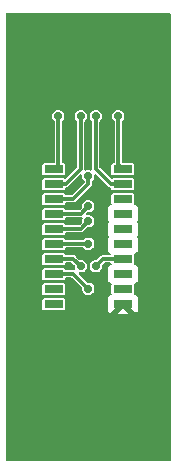
<source format=gbr>
%TF.GenerationSoftware,KiCad,Pcbnew,7.0.7-dirty*%
%TF.CreationDate,2023-09-27T11:33:23-05:00*%
%TF.ProjectId,BBB_JTAG_CTI20_SMT_TI20_SMT,4242425f-4a54-4414-975f-43544932305f,rev?*%
%TF.SameCoordinates,Original*%
%TF.FileFunction,Copper,L2,Bot*%
%TF.FilePolarity,Positive*%
%FSLAX46Y46*%
G04 Gerber Fmt 4.6, Leading zero omitted, Abs format (unit mm)*
G04 Created by KiCad (PCBNEW 7.0.7-dirty) date 2023-09-27 11:33:23*
%MOMM*%
%LPD*%
G01*
G04 APERTURE LIST*
%TA.AperFunction,SMDPad,CuDef*%
%ADD10R,1.650000X0.680000*%
%TD*%
%TA.AperFunction,ViaPad*%
%ADD11C,0.736600*%
%TD*%
%TA.AperFunction,Conductor*%
%ADD12C,0.304800*%
%TD*%
G04 APERTURE END LIST*
D10*
%TO.P,P1,19*%
%TO.N,N/C*%
X145576100Y-110718600D03*
%TO.P,P1,17*%
X145576100Y-109448600D03*
%TO.P,P1,15*%
%TO.N,SRST_N*%
X145576100Y-108178600D03*
%TO.P,P1,13*%
%TO.N,EMU0*%
X145576100Y-106908600D03*
%TO.P,P1,11*%
%TO.N,TCK*%
X145576100Y-105638600D03*
%TO.P,P1,9*%
%TO.N,RTCK*%
X145576100Y-104368600D03*
%TO.P,P1,7*%
%TO.N,TDO*%
X145576100Y-103098600D03*
%TO.P,P1,5*%
%TO.N,VDD*%
X145576100Y-101828600D03*
%TO.P,P1,3*%
%TO.N,TDI*%
X145576100Y-100558600D03*
%TO.P,P1,20*%
%TO.N,GND*%
X151426100Y-110718600D03*
%TO.P,P1,18*%
%TO.N,N/C*%
X151426100Y-109448600D03*
%TO.P,P1,16*%
%TO.N,GND*%
X151426100Y-108178600D03*
%TO.P,P1,14*%
%TO.N,EMU1*%
X151426100Y-106908600D03*
%TO.P,P1,12*%
%TO.N,GND*%
X151426100Y-105638600D03*
%TO.P,P1,10*%
X151426100Y-104368600D03*
%TO.P,P1,8*%
X151426100Y-103098600D03*
%TO.P,P1,6*%
%TO.N,N/C*%
X151426100Y-101828600D03*
%TO.P,P1,4*%
%TO.N,DIS*%
X151426100Y-100558600D03*
%TO.P,P1,1*%
%TO.N,TMS*%
X145576100Y-99288600D03*
%TO.P,P1,2*%
%TO.N,TRST_N*%
X151426100Y-99288600D03*
%TD*%
D11*
%TO.N,SRST_N*%
X148486100Y-109398600D03*
%TO.N,RTCK*%
X148486100Y-103683600D03*
%TO.N,EMU1*%
X149121100Y-107493600D03*
%TO.N,EMU0*%
X147851100Y-107493600D03*
%TO.N,TCK*%
X148486100Y-105588600D03*
%TO.N,TDO*%
X148486100Y-102413600D03*
%TO.N,VDD*%
X148486100Y-99873600D03*
%TO.N,DIS*%
X149121100Y-94793600D03*
%TO.N,TDI*%
X147851100Y-94793600D03*
%TO.N,TMS*%
X145946100Y-94793600D03*
%TO.N,TRST_N*%
X151026100Y-94793600D03*
%TO.N,EMU1*%
X149121100Y-107493600D03*
%TO.N,GND*%
X148486100Y-116383600D03*
X148486100Y-113843600D03*
X148486100Y-111303600D03*
%TO.N,DIS*%
X149121100Y-94793600D03*
%TO.N,TRST_N*%
X151026100Y-94793600D03*
%TO.N,SRST_N*%
X148486100Y-109398600D03*
%TO.N,EMU0*%
X147851100Y-107493600D03*
%TO.N,TCK*%
X148486100Y-105588600D03*
%TO.N,RTCK*%
X148486100Y-103683600D03*
%TO.N,TDO*%
X148486100Y-102413600D03*
%TO.N,VDD*%
X148486100Y-99873600D03*
%TO.N,TDI*%
X147851100Y-94793600D03*
%TO.N,TMS*%
X145946100Y-94793600D03*
%TD*%
D12*
%TO.N,EMU1*%
X151376100Y-106858600D02*
X151426100Y-106908600D01*
X149756100Y-106858600D02*
X151376100Y-106858600D01*
X149121100Y-107493600D02*
X149756100Y-106858600D01*
%TO.N,DIS*%
X151376100Y-100508600D02*
X151426100Y-100558600D01*
X150391100Y-100508600D02*
X151376100Y-100508600D01*
X149121100Y-99238600D02*
X150391100Y-100508600D01*
X149121100Y-94793600D02*
X149121100Y-99238600D01*
%TO.N,TRST_N*%
X151026100Y-98888600D02*
X151426100Y-99288600D01*
X151026100Y-94793600D02*
X151026100Y-98888600D01*
%TO.N,SRST_N*%
X145626100Y-108128600D02*
X145576100Y-108178600D01*
X147216100Y-108128600D02*
X145626100Y-108128600D01*
X148486100Y-109398600D02*
X147216100Y-108128600D01*
%TO.N,EMU0*%
X145626100Y-106858600D02*
X145576100Y-106908600D01*
X147216100Y-106858600D02*
X145626100Y-106858600D01*
X147851100Y-107493600D02*
X147216100Y-106858600D01*
%TO.N,TCK*%
X145626100Y-105588600D02*
X145576100Y-105638600D01*
X148486100Y-105588600D02*
X145626100Y-105588600D01*
%TO.N,RTCK*%
X145626100Y-104318600D02*
X145576100Y-104368600D01*
X147851100Y-104318600D02*
X145626100Y-104318600D01*
X148486100Y-103683600D02*
X147851100Y-104318600D01*
%TO.N,TDO*%
X145626100Y-103048600D02*
X145576100Y-103098600D01*
X147851100Y-103048600D02*
X145626100Y-103048600D01*
X148486100Y-102413600D02*
X147851100Y-103048600D01*
%TO.N,VDD*%
X145626100Y-101778600D02*
X145576100Y-101828600D01*
X147216100Y-101778600D02*
X145626100Y-101778600D01*
X148486100Y-100508600D02*
X147216100Y-101778600D01*
X148486100Y-99873600D02*
X148486100Y-100508600D01*
%TO.N,TDI*%
X145626100Y-100508600D02*
X145576100Y-100558600D01*
X146581100Y-100508600D02*
X145626100Y-100508600D01*
X147851100Y-99238600D02*
X146581100Y-100508600D01*
X147851100Y-94793600D02*
X147851100Y-99238600D01*
%TO.N,TMS*%
X145946100Y-98918600D02*
X145576100Y-99288600D01*
X145946100Y-94793600D02*
X145946100Y-98918600D01*
%TD*%
%TA.AperFunction,Conductor*%
%TO.N,GND*%
G36*
X155434131Y-86048313D02*
G01*
X155470676Y-86098613D01*
X155475600Y-86129700D01*
X155475600Y-123877500D01*
X155456387Y-123936631D01*
X155406087Y-123973176D01*
X155375000Y-123978100D01*
X141627200Y-123978100D01*
X141568069Y-123958887D01*
X141531524Y-123908587D01*
X141526600Y-123877500D01*
X141526600Y-111515000D01*
X150952424Y-111515000D01*
X151899776Y-111515000D01*
X151426100Y-111041324D01*
X150952424Y-111515000D01*
X141526600Y-111515000D01*
X141526600Y-111073655D01*
X144598200Y-111073655D01*
X144607071Y-111118257D01*
X144607073Y-111118261D01*
X144640864Y-111168832D01*
X144640865Y-111168833D01*
X144640866Y-111168834D01*
X144691442Y-111202628D01*
X144736043Y-111211500D01*
X146416156Y-111211499D01*
X146460758Y-111202628D01*
X146511334Y-111168834D01*
X146545128Y-111118258D01*
X146554000Y-111073657D01*
X146553999Y-110363544D01*
X146545128Y-110318942D01*
X146545126Y-110318938D01*
X146511335Y-110268367D01*
X146511333Y-110268365D01*
X146460757Y-110234571D01*
X146425027Y-110227464D01*
X146416157Y-110225700D01*
X146416156Y-110225700D01*
X144736044Y-110225700D01*
X144691442Y-110234571D01*
X144691438Y-110234573D01*
X144640867Y-110268364D01*
X144640865Y-110268366D01*
X144607071Y-110318942D01*
X144598200Y-110363543D01*
X144598200Y-111073655D01*
X141526600Y-111073655D01*
X141526600Y-109803655D01*
X144598200Y-109803655D01*
X144607071Y-109848257D01*
X144607073Y-109848261D01*
X144640864Y-109898832D01*
X144640865Y-109898833D01*
X144640866Y-109898834D01*
X144691442Y-109932628D01*
X144736043Y-109941500D01*
X146416156Y-109941499D01*
X146460758Y-109932628D01*
X146511334Y-109898834D01*
X146545128Y-109848258D01*
X146554000Y-109803657D01*
X146553999Y-109093544D01*
X146545128Y-109048942D01*
X146545126Y-109048938D01*
X146511335Y-108998367D01*
X146511333Y-108998365D01*
X146460757Y-108964571D01*
X146425027Y-108957464D01*
X146416157Y-108955700D01*
X146416156Y-108955700D01*
X144736044Y-108955700D01*
X144691442Y-108964571D01*
X144691438Y-108964573D01*
X144640867Y-108998364D01*
X144640865Y-108998366D01*
X144607071Y-109048942D01*
X144598200Y-109093543D01*
X144598200Y-109803655D01*
X141526600Y-109803655D01*
X141526600Y-108533655D01*
X144598200Y-108533655D01*
X144607071Y-108578257D01*
X144607073Y-108578261D01*
X144640864Y-108628832D01*
X144640865Y-108628833D01*
X144640866Y-108628834D01*
X144691442Y-108662628D01*
X144736043Y-108671500D01*
X146416156Y-108671499D01*
X146460758Y-108662628D01*
X146511334Y-108628834D01*
X146545128Y-108578258D01*
X146554000Y-108533657D01*
X146554000Y-108533651D01*
X146554485Y-108528737D01*
X146555829Y-108528869D01*
X146573213Y-108475369D01*
X146623513Y-108438824D01*
X146654600Y-108433900D01*
X147047971Y-108433900D01*
X147107102Y-108453113D01*
X147119106Y-108463365D01*
X147936251Y-109280511D01*
X147964477Y-109335909D01*
X147964856Y-109364775D01*
X147960404Y-109398597D01*
X147960403Y-109398602D01*
X147978315Y-109534659D01*
X148030832Y-109661447D01*
X148030834Y-109661451D01*
X148114373Y-109770321D01*
X148114378Y-109770326D01*
X148157816Y-109803657D01*
X148223251Y-109853867D01*
X148331815Y-109898835D01*
X148350040Y-109906384D01*
X148486097Y-109924297D01*
X148486100Y-109924297D01*
X148486103Y-109924297D01*
X148588145Y-109910862D01*
X148622160Y-109906384D01*
X148748949Y-109853867D01*
X148857824Y-109770324D01*
X148941367Y-109661449D01*
X148993884Y-109534660D01*
X149011797Y-109398600D01*
X149003543Y-109335909D01*
X148993884Y-109262540D01*
X148941369Y-109135756D01*
X148941368Y-109135754D01*
X148941367Y-109135753D01*
X148941367Y-109135752D01*
X148857824Y-109026876D01*
X148857823Y-109026875D01*
X148857821Y-109026873D01*
X148748951Y-108943334D01*
X148748947Y-108943332D01*
X148622159Y-108890815D01*
X148486103Y-108872903D01*
X148486101Y-108872903D01*
X148486100Y-108872903D01*
X148458224Y-108876572D01*
X148452274Y-108877356D01*
X148391141Y-108866024D01*
X148368010Y-108848751D01*
X147700727Y-108181468D01*
X147672501Y-108126070D01*
X147682227Y-108064662D01*
X147726191Y-108020698D01*
X147784993Y-108010594D01*
X147851097Y-108019297D01*
X147851100Y-108019297D01*
X147851103Y-108019297D01*
X147953145Y-108005862D01*
X147987160Y-108001384D01*
X148113949Y-107948867D01*
X148222824Y-107865324D01*
X148306367Y-107756449D01*
X148358884Y-107629660D01*
X148376797Y-107493602D01*
X148595403Y-107493602D01*
X148613315Y-107629659D01*
X148665832Y-107756447D01*
X148665834Y-107756451D01*
X148749373Y-107865321D01*
X148749378Y-107865326D01*
X148858248Y-107948865D01*
X148858251Y-107948867D01*
X148985039Y-108001383D01*
X148985040Y-108001384D01*
X149121097Y-108019297D01*
X149121100Y-108019297D01*
X149121103Y-108019297D01*
X149223145Y-108005862D01*
X149257160Y-108001384D01*
X149383949Y-107948867D01*
X149492824Y-107865324D01*
X149576367Y-107756449D01*
X149628884Y-107629660D01*
X149646797Y-107493600D01*
X149642343Y-107459777D01*
X149653674Y-107398644D01*
X149670948Y-107375510D01*
X149853094Y-107193365D01*
X149908492Y-107165139D01*
X149924229Y-107163900D01*
X150347601Y-107163900D01*
X150406732Y-107183113D01*
X150443277Y-107233413D01*
X150447294Y-107258775D01*
X150447716Y-107258734D01*
X150448200Y-107263655D01*
X150458099Y-107313423D01*
X150450790Y-107375166D01*
X150408585Y-107420821D01*
X150392663Y-107428000D01*
X150385431Y-107430530D01*
X150274731Y-107512231D01*
X150193031Y-107622930D01*
X150147592Y-107752791D01*
X150144700Y-107783636D01*
X150144700Y-108573563D01*
X150147592Y-108604408D01*
X150193031Y-108734269D01*
X150274731Y-108844968D01*
X150385430Y-108926668D01*
X150392657Y-108929197D01*
X150442125Y-108966861D01*
X150460007Y-109026408D01*
X150458099Y-109043778D01*
X150448200Y-109093543D01*
X150448200Y-109803655D01*
X150458099Y-109853423D01*
X150450790Y-109915166D01*
X150408585Y-109960821D01*
X150392663Y-109968000D01*
X150385431Y-109970530D01*
X150274731Y-110052231D01*
X150193031Y-110162930D01*
X150147592Y-110292791D01*
X150144700Y-110323636D01*
X150144700Y-111113563D01*
X150147592Y-111144408D01*
X150193031Y-111274269D01*
X150274731Y-111384968D01*
X150368097Y-111453876D01*
X150368098Y-111453876D01*
X151354964Y-110467010D01*
X151410362Y-110438784D01*
X151471770Y-110448510D01*
X151497234Y-110467010D01*
X152484100Y-111453876D01*
X152484101Y-111453876D01*
X152577468Y-111384968D01*
X152659168Y-111274269D01*
X152704607Y-111144408D01*
X152707500Y-111113563D01*
X152707500Y-110323636D01*
X152704607Y-110292791D01*
X152659168Y-110162930D01*
X152577468Y-110052231D01*
X152466769Y-109970531D01*
X152459538Y-109968001D01*
X152410072Y-109930335D01*
X152392192Y-109870787D01*
X152394100Y-109853419D01*
X152395125Y-109848261D01*
X152395128Y-109848258D01*
X152404000Y-109803657D01*
X152403999Y-109093544D01*
X152395128Y-109048942D01*
X152395127Y-109048940D01*
X152394100Y-109043777D01*
X152401408Y-108982034D01*
X152443613Y-108936378D01*
X152459544Y-108929196D01*
X152466770Y-108926667D01*
X152577468Y-108844968D01*
X152659168Y-108734269D01*
X152704607Y-108604408D01*
X152707500Y-108573563D01*
X152707500Y-107783636D01*
X152704607Y-107752791D01*
X152659168Y-107622930D01*
X152577468Y-107512231D01*
X152466769Y-107430531D01*
X152459538Y-107428001D01*
X152410072Y-107390335D01*
X152392192Y-107330787D01*
X152394100Y-107313419D01*
X152395125Y-107308261D01*
X152395128Y-107308258D01*
X152404000Y-107263657D01*
X152403999Y-106553544D01*
X152395128Y-106508942D01*
X152395127Y-106508940D01*
X152394100Y-106503777D01*
X152401408Y-106442034D01*
X152443613Y-106396378D01*
X152459544Y-106389196D01*
X152466770Y-106386667D01*
X152577468Y-106304968D01*
X152659168Y-106194269D01*
X152704607Y-106064408D01*
X152707500Y-106033563D01*
X152707500Y-105243636D01*
X152704607Y-105212791D01*
X152659170Y-105082935D01*
X152659167Y-105082930D01*
X152644708Y-105063339D01*
X152625053Y-105004354D01*
X152643822Y-104945080D01*
X152644708Y-104943861D01*
X152659167Y-104924269D01*
X152659170Y-104924264D01*
X152704607Y-104794408D01*
X152707500Y-104763563D01*
X152707500Y-103973636D01*
X152704607Y-103942791D01*
X152659168Y-103812930D01*
X152659167Y-103812928D01*
X152644708Y-103793337D01*
X152625054Y-103734351D01*
X152643824Y-103675078D01*
X152644710Y-103673859D01*
X152659168Y-103654269D01*
X152704607Y-103524408D01*
X152707500Y-103493563D01*
X152707500Y-102703636D01*
X152704607Y-102672791D01*
X152659168Y-102542930D01*
X152577468Y-102432231D01*
X152466769Y-102350531D01*
X152459538Y-102348001D01*
X152410072Y-102310335D01*
X152392192Y-102250787D01*
X152394100Y-102233419D01*
X152395125Y-102228261D01*
X152395128Y-102228258D01*
X152404000Y-102183657D01*
X152403999Y-101473544D01*
X152395128Y-101428942D01*
X152395126Y-101428938D01*
X152361335Y-101378367D01*
X152361333Y-101378365D01*
X152310757Y-101344571D01*
X152275027Y-101337464D01*
X152266157Y-101335700D01*
X152266156Y-101335700D01*
X150586044Y-101335700D01*
X150541442Y-101344571D01*
X150541438Y-101344573D01*
X150490867Y-101378364D01*
X150490865Y-101378366D01*
X150457071Y-101428942D01*
X150448200Y-101473543D01*
X150448200Y-102183655D01*
X150458099Y-102233423D01*
X150450790Y-102295166D01*
X150408585Y-102340821D01*
X150392663Y-102348000D01*
X150385431Y-102350530D01*
X150274731Y-102432231D01*
X150193031Y-102542930D01*
X150147592Y-102672791D01*
X150144700Y-102703636D01*
X150144700Y-103493563D01*
X150147592Y-103524408D01*
X150193031Y-103654269D01*
X150193034Y-103654275D01*
X150207491Y-103673863D01*
X150227145Y-103732849D01*
X150208374Y-103792122D01*
X150207491Y-103793337D01*
X150193034Y-103812924D01*
X150193031Y-103812930D01*
X150147592Y-103942791D01*
X150144700Y-103973636D01*
X150144700Y-104763563D01*
X150147592Y-104794408D01*
X150193032Y-104924271D01*
X150193032Y-104924272D01*
X150207491Y-104943863D01*
X150227145Y-105002849D01*
X150208374Y-105062122D01*
X150207492Y-105063336D01*
X150193032Y-105082929D01*
X150147592Y-105212791D01*
X150144700Y-105243636D01*
X150144700Y-106033563D01*
X150147592Y-106064408D01*
X150193031Y-106194269D01*
X150274731Y-106304968D01*
X150365226Y-106371757D01*
X150401394Y-106422329D01*
X150400929Y-106484502D01*
X150364009Y-106534527D01*
X150305488Y-106553300D01*
X149822312Y-106553300D01*
X149808416Y-106551032D01*
X149808243Y-106552278D01*
X149799011Y-106550990D01*
X149799010Y-106550990D01*
X149795975Y-106551130D01*
X149750195Y-106553246D01*
X149747873Y-106553300D01*
X149727811Y-106553300D01*
X149727808Y-106553300D01*
X149727798Y-106553301D01*
X149724262Y-106553962D01*
X149717347Y-106554764D01*
X149684993Y-106556260D01*
X149684992Y-106556260D01*
X149675857Y-106560294D01*
X149653714Y-106567150D01*
X149643905Y-106568983D01*
X149643902Y-106568984D01*
X149616371Y-106586030D01*
X149610205Y-106589281D01*
X149580576Y-106602364D01*
X149580572Y-106602366D01*
X149573511Y-106609428D01*
X149555343Y-106623819D01*
X149546857Y-106629073D01*
X149546855Y-106629075D01*
X149527344Y-106654911D01*
X149522767Y-106660171D01*
X149239187Y-106943751D01*
X149183789Y-106971977D01*
X149154922Y-106972355D01*
X149121103Y-106967903D01*
X149121097Y-106967903D01*
X148985040Y-106985815D01*
X148858256Y-107038330D01*
X148858249Y-107038334D01*
X148749379Y-107121873D01*
X148749373Y-107121879D01*
X148665834Y-107230749D01*
X148665830Y-107230756D01*
X148613315Y-107357540D01*
X148595403Y-107493597D01*
X148595403Y-107493602D01*
X148376797Y-107493602D01*
X148376797Y-107493600D01*
X148368160Y-107428000D01*
X148358884Y-107357540D01*
X148306369Y-107230756D01*
X148306368Y-107230754D01*
X148306367Y-107230753D01*
X148306367Y-107230752D01*
X148222824Y-107121876D01*
X148222823Y-107121875D01*
X148222821Y-107121873D01*
X148113951Y-107038334D01*
X148113947Y-107038332D01*
X147987159Y-106985815D01*
X147851103Y-106967903D01*
X147851101Y-106967903D01*
X147851100Y-106967903D01*
X147817275Y-106972356D01*
X147756142Y-106961024D01*
X147733011Y-106943751D01*
X147478799Y-106689540D01*
X147470580Y-106678107D01*
X147469573Y-106678869D01*
X147463953Y-106671427D01*
X147427851Y-106638516D01*
X147426170Y-106636911D01*
X147411975Y-106622716D01*
X147409001Y-106620679D01*
X147403542Y-106616355D01*
X147379604Y-106594533D01*
X147379602Y-106594532D01*
X147370297Y-106590927D01*
X147349787Y-106580116D01*
X147341553Y-106574476D01*
X147310028Y-106567061D01*
X147303366Y-106564998D01*
X147291223Y-106560294D01*
X147273170Y-106553300D01*
X147273169Y-106553300D01*
X147263191Y-106553300D01*
X147240159Y-106550628D01*
X147230444Y-106548343D01*
X147230443Y-106548343D01*
X147218292Y-106550038D01*
X147198370Y-106552817D01*
X147191416Y-106553300D01*
X146628539Y-106553300D01*
X146569408Y-106534087D01*
X146544893Y-106508591D01*
X146511334Y-106458366D01*
X146485872Y-106441353D01*
X146460757Y-106424571D01*
X146425028Y-106417464D01*
X146416157Y-106415700D01*
X146416156Y-106415700D01*
X144736044Y-106415700D01*
X144691442Y-106424571D01*
X144691438Y-106424573D01*
X144640867Y-106458364D01*
X144640865Y-106458366D01*
X144607071Y-106508942D01*
X144598200Y-106553543D01*
X144598200Y-107263655D01*
X144607071Y-107308257D01*
X144607073Y-107308261D01*
X144640864Y-107358832D01*
X144640865Y-107358833D01*
X144640866Y-107358834D01*
X144691442Y-107392628D01*
X144736043Y-107401500D01*
X146416156Y-107401499D01*
X146460758Y-107392628D01*
X146511334Y-107358834D01*
X146545128Y-107308258D01*
X146554000Y-107263657D01*
X146554000Y-107263651D01*
X146554485Y-107258737D01*
X146555829Y-107258869D01*
X146573213Y-107205369D01*
X146623513Y-107168824D01*
X146654600Y-107163900D01*
X147047971Y-107163900D01*
X147107102Y-107183113D01*
X147119106Y-107193365D01*
X147301251Y-107375510D01*
X147329477Y-107430908D01*
X147329856Y-107459774D01*
X147325404Y-107493598D01*
X147325403Y-107493602D01*
X147343315Y-107629658D01*
X147365908Y-107684203D01*
X147370785Y-107746185D01*
X147338299Y-107799197D01*
X147280857Y-107822990D01*
X147272965Y-107823300D01*
X147263191Y-107823300D01*
X147240159Y-107820628D01*
X147230444Y-107818343D01*
X147230443Y-107818343D01*
X147218292Y-107820038D01*
X147198370Y-107822817D01*
X147191416Y-107823300D01*
X146628539Y-107823300D01*
X146569408Y-107804087D01*
X146544893Y-107778591D01*
X146511334Y-107728366D01*
X146485872Y-107711353D01*
X146460757Y-107694571D01*
X146425027Y-107687464D01*
X146416157Y-107685700D01*
X146416156Y-107685700D01*
X144736044Y-107685700D01*
X144691442Y-107694571D01*
X144691438Y-107694573D01*
X144640867Y-107728364D01*
X144640865Y-107728366D01*
X144607071Y-107778942D01*
X144598200Y-107823543D01*
X144598200Y-108533655D01*
X141526600Y-108533655D01*
X141526600Y-105993655D01*
X144598200Y-105993655D01*
X144607071Y-106038257D01*
X144607073Y-106038261D01*
X144640864Y-106088832D01*
X144640865Y-106088833D01*
X144640866Y-106088834D01*
X144691442Y-106122628D01*
X144736043Y-106131500D01*
X146416156Y-106131499D01*
X146460758Y-106122628D01*
X146511334Y-106088834D01*
X146545128Y-106038258D01*
X146554000Y-105993657D01*
X146554000Y-105993651D01*
X146554485Y-105988737D01*
X146555829Y-105988869D01*
X146573213Y-105935369D01*
X146623513Y-105898824D01*
X146654600Y-105893900D01*
X148013797Y-105893900D01*
X148072928Y-105913113D01*
X148093606Y-105933256D01*
X148114374Y-105960321D01*
X148114377Y-105960325D01*
X148114378Y-105960326D01*
X148215940Y-106038257D01*
X148223251Y-106043867D01*
X148331815Y-106088835D01*
X148350040Y-106096384D01*
X148486097Y-106114297D01*
X148486100Y-106114297D01*
X148486103Y-106114297D01*
X148588145Y-106100862D01*
X148622160Y-106096384D01*
X148748949Y-106043867D01*
X148857824Y-105960324D01*
X148941367Y-105851449D01*
X148993884Y-105724660D01*
X149011797Y-105588600D01*
X148993884Y-105452540D01*
X148941367Y-105325752D01*
X148857824Y-105216876D01*
X148857823Y-105216875D01*
X148857821Y-105216873D01*
X148748951Y-105133334D01*
X148748947Y-105133332D01*
X148622159Y-105080815D01*
X148486103Y-105062903D01*
X148486097Y-105062903D01*
X148350040Y-105080815D01*
X148223256Y-105133330D01*
X148223254Y-105133331D01*
X148114376Y-105216875D01*
X148103764Y-105230705D01*
X148093607Y-105243942D01*
X148042370Y-105279157D01*
X148013797Y-105283300D01*
X146628539Y-105283300D01*
X146569408Y-105264087D01*
X146544893Y-105238591D01*
X146511334Y-105188366D01*
X146485872Y-105171353D01*
X146460757Y-105154571D01*
X146425027Y-105147464D01*
X146416157Y-105145700D01*
X146416156Y-105145700D01*
X144736044Y-105145700D01*
X144691442Y-105154571D01*
X144691438Y-105154573D01*
X144640867Y-105188364D01*
X144640865Y-105188366D01*
X144607071Y-105238942D01*
X144598200Y-105283543D01*
X144598200Y-105993655D01*
X141526600Y-105993655D01*
X141526600Y-104723655D01*
X144598200Y-104723655D01*
X144607071Y-104768257D01*
X144607073Y-104768261D01*
X144640864Y-104818832D01*
X144640865Y-104818833D01*
X144640866Y-104818834D01*
X144691442Y-104852628D01*
X144736043Y-104861500D01*
X146416156Y-104861499D01*
X146460758Y-104852628D01*
X146511334Y-104818834D01*
X146545128Y-104768258D01*
X146554000Y-104723657D01*
X146554000Y-104723651D01*
X146554485Y-104718737D01*
X146555829Y-104718869D01*
X146573213Y-104665369D01*
X146623513Y-104628824D01*
X146654600Y-104623900D01*
X147784889Y-104623900D01*
X147798785Y-104626167D01*
X147798959Y-104624922D01*
X147808185Y-104626208D01*
X147808190Y-104626210D01*
X147837638Y-104624848D01*
X147856996Y-104623954D01*
X147859319Y-104623900D01*
X147879384Y-104623900D01*
X147879389Y-104623900D01*
X147882937Y-104623236D01*
X147889848Y-104622434D01*
X147922209Y-104620938D01*
X147931335Y-104616908D01*
X147953487Y-104610048D01*
X147963297Y-104608215D01*
X147990835Y-104591162D01*
X147996994Y-104587915D01*
X148026625Y-104574834D01*
X148033679Y-104567778D01*
X148051859Y-104553378D01*
X148060342Y-104548127D01*
X148079864Y-104522273D01*
X148084434Y-104517024D01*
X148084433Y-104517024D01*
X148368011Y-104233446D01*
X148423407Y-104205222D01*
X148452276Y-104204844D01*
X148486098Y-104209297D01*
X148486100Y-104209297D01*
X148486103Y-104209297D01*
X148588145Y-104195862D01*
X148622160Y-104191384D01*
X148748949Y-104138867D01*
X148857824Y-104055324D01*
X148941367Y-103946449D01*
X148993884Y-103819660D01*
X149011797Y-103683600D01*
X149007936Y-103654275D01*
X148993884Y-103547540D01*
X148941369Y-103420756D01*
X148941368Y-103420754D01*
X148941367Y-103420753D01*
X148941367Y-103420752D01*
X148857824Y-103311876D01*
X148857823Y-103311875D01*
X148857821Y-103311873D01*
X148748951Y-103228334D01*
X148748947Y-103228332D01*
X148622159Y-103175815D01*
X148486103Y-103157903D01*
X148486101Y-103157903D01*
X148486100Y-103157903D01*
X148459604Y-103161391D01*
X148419991Y-103166606D01*
X148358858Y-103155274D01*
X148316060Y-103110174D01*
X148307946Y-103048532D01*
X148335724Y-102995733D01*
X148368011Y-102963446D01*
X148423407Y-102935222D01*
X148452276Y-102934844D01*
X148486098Y-102939297D01*
X148486100Y-102939297D01*
X148486103Y-102939297D01*
X148588145Y-102925862D01*
X148622160Y-102921384D01*
X148748949Y-102868867D01*
X148857824Y-102785324D01*
X148941367Y-102676449D01*
X148993884Y-102549660D01*
X149011797Y-102413600D01*
X149003160Y-102348000D01*
X148993884Y-102277540D01*
X148941369Y-102150756D01*
X148941368Y-102150754D01*
X148941367Y-102150753D01*
X148941367Y-102150752D01*
X148857824Y-102041876D01*
X148857823Y-102041875D01*
X148857821Y-102041873D01*
X148748951Y-101958334D01*
X148748947Y-101958332D01*
X148622159Y-101905815D01*
X148486103Y-101887903D01*
X148486097Y-101887903D01*
X148350040Y-101905815D01*
X148223256Y-101958330D01*
X148223249Y-101958334D01*
X148114379Y-102041873D01*
X148114373Y-102041879D01*
X148030834Y-102150749D01*
X148030830Y-102150756D01*
X147978315Y-102277540D01*
X147960403Y-102413597D01*
X147960403Y-102413603D01*
X147964855Y-102447422D01*
X147953525Y-102508555D01*
X147936252Y-102531686D01*
X147754107Y-102713834D01*
X147698709Y-102742061D01*
X147682971Y-102743300D01*
X146628539Y-102743300D01*
X146569408Y-102724087D01*
X146544893Y-102698591D01*
X146511334Y-102648366D01*
X146485872Y-102631353D01*
X146460757Y-102614571D01*
X146425027Y-102607464D01*
X146416157Y-102605700D01*
X146416156Y-102605700D01*
X144736044Y-102605700D01*
X144691442Y-102614571D01*
X144691438Y-102614573D01*
X144640867Y-102648364D01*
X144640865Y-102648366D01*
X144607071Y-102698942D01*
X144598200Y-102743543D01*
X144598200Y-103453655D01*
X144607071Y-103498257D01*
X144607073Y-103498261D01*
X144640864Y-103548832D01*
X144640865Y-103548833D01*
X144640866Y-103548834D01*
X144691442Y-103582628D01*
X144736043Y-103591500D01*
X146416156Y-103591499D01*
X146460758Y-103582628D01*
X146511334Y-103548834D01*
X146545128Y-103498258D01*
X146554000Y-103453657D01*
X146554000Y-103453651D01*
X146554485Y-103448737D01*
X146555829Y-103448869D01*
X146573213Y-103395369D01*
X146623513Y-103358824D01*
X146654600Y-103353900D01*
X147784889Y-103353900D01*
X147798785Y-103356167D01*
X147798959Y-103354922D01*
X147808185Y-103356208D01*
X147808190Y-103356210D01*
X147837638Y-103354848D01*
X147856996Y-103353954D01*
X147859319Y-103353900D01*
X147879384Y-103353900D01*
X147879389Y-103353900D01*
X147882937Y-103353236D01*
X147889848Y-103352434D01*
X147904248Y-103351768D01*
X147964202Y-103368230D01*
X148003031Y-103416789D01*
X148005902Y-103478897D01*
X148001835Y-103490758D01*
X147978315Y-103547541D01*
X147960403Y-103683597D01*
X147960403Y-103683603D01*
X147964855Y-103717422D01*
X147953525Y-103778555D01*
X147936252Y-103801686D01*
X147754107Y-103983834D01*
X147698709Y-104012061D01*
X147682971Y-104013300D01*
X146628539Y-104013300D01*
X146569408Y-103994087D01*
X146544893Y-103968591D01*
X146511334Y-103918366D01*
X146485872Y-103901353D01*
X146460757Y-103884571D01*
X146425027Y-103877464D01*
X146416157Y-103875700D01*
X146416156Y-103875700D01*
X144736044Y-103875700D01*
X144691442Y-103884571D01*
X144691438Y-103884573D01*
X144640867Y-103918364D01*
X144640865Y-103918366D01*
X144607071Y-103968942D01*
X144598200Y-104013543D01*
X144598200Y-104723655D01*
X141526600Y-104723655D01*
X141526600Y-102183655D01*
X144598200Y-102183655D01*
X144607071Y-102228257D01*
X144607073Y-102228261D01*
X144640864Y-102278832D01*
X144640865Y-102278833D01*
X144640866Y-102278834D01*
X144691442Y-102312628D01*
X144736043Y-102321500D01*
X146416156Y-102321499D01*
X146460758Y-102312628D01*
X146511334Y-102278834D01*
X146545128Y-102228258D01*
X146554000Y-102183657D01*
X146554000Y-102183651D01*
X146554485Y-102178737D01*
X146555829Y-102178869D01*
X146573213Y-102125369D01*
X146623513Y-102088824D01*
X146654600Y-102083900D01*
X147149889Y-102083900D01*
X147163785Y-102086167D01*
X147163959Y-102084922D01*
X147173185Y-102086208D01*
X147173190Y-102086210D01*
X147202638Y-102084848D01*
X147221996Y-102083954D01*
X147224319Y-102083900D01*
X147244384Y-102083900D01*
X147244389Y-102083900D01*
X147247937Y-102083236D01*
X147254848Y-102082434D01*
X147287209Y-102080938D01*
X147296335Y-102076908D01*
X147318487Y-102070048D01*
X147328297Y-102068215D01*
X147355835Y-102051162D01*
X147361994Y-102047915D01*
X147391625Y-102034834D01*
X147398679Y-102027778D01*
X147416859Y-102013378D01*
X147425342Y-102008127D01*
X147444864Y-101982273D01*
X147449434Y-101977024D01*
X148048094Y-101378364D01*
X148655161Y-100771297D01*
X148666600Y-100763096D01*
X148665829Y-100762075D01*
X148673269Y-100756456D01*
X148673269Y-100756455D01*
X148673271Y-100756455D01*
X148706196Y-100720336D01*
X148707757Y-100718701D01*
X148721983Y-100704477D01*
X148724027Y-100701491D01*
X148728346Y-100696040D01*
X148750167Y-100672104D01*
X148753768Y-100662805D01*
X148764588Y-100642281D01*
X148765944Y-100640300D01*
X148770224Y-100634054D01*
X148777639Y-100602523D01*
X148779697Y-100595875D01*
X148791400Y-100565670D01*
X148791400Y-100555686D01*
X148794071Y-100532657D01*
X148796356Y-100522944D01*
X148791882Y-100490876D01*
X148791400Y-100483921D01*
X148791400Y-100345903D01*
X148810613Y-100286772D01*
X148830756Y-100266093D01*
X148857824Y-100245324D01*
X148941367Y-100136449D01*
X148993884Y-100009660D01*
X149011797Y-99873600D01*
X149003094Y-99807493D01*
X149014424Y-99746360D01*
X149059523Y-99703562D01*
X149121166Y-99695446D01*
X149173967Y-99723226D01*
X149654283Y-100203543D01*
X150128403Y-100677663D01*
X150136635Y-100689084D01*
X150137629Y-100688334D01*
X150143245Y-100695771D01*
X150179336Y-100728672D01*
X150181017Y-100730277D01*
X150195223Y-100744483D01*
X150198199Y-100746522D01*
X150203659Y-100750846D01*
X150227596Y-100772667D01*
X150227597Y-100772667D01*
X150227598Y-100772668D01*
X150232216Y-100774456D01*
X150236896Y-100776269D01*
X150257411Y-100787083D01*
X150265644Y-100792723D01*
X150265645Y-100792723D01*
X150265646Y-100792724D01*
X150297173Y-100800138D01*
X150303828Y-100802199D01*
X150334030Y-100813900D01*
X150344013Y-100813900D01*
X150367022Y-100816567D01*
X150368559Y-100816928D01*
X150370611Y-100817410D01*
X150423780Y-100849638D01*
X150447851Y-100906963D01*
X150448078Y-100912415D01*
X150448200Y-100913655D01*
X150457071Y-100958257D01*
X150457073Y-100958261D01*
X150490864Y-101008832D01*
X150490865Y-101008833D01*
X150490866Y-101008834D01*
X150541442Y-101042628D01*
X150586043Y-101051500D01*
X152266156Y-101051499D01*
X152310758Y-101042628D01*
X152361334Y-101008834D01*
X152395128Y-100958258D01*
X152404000Y-100913657D01*
X152403999Y-100203544D01*
X152395128Y-100158942D01*
X152395126Y-100158938D01*
X152361335Y-100108367D01*
X152361333Y-100108365D01*
X152310757Y-100074571D01*
X152275027Y-100067464D01*
X152266157Y-100065700D01*
X152266156Y-100065700D01*
X150586044Y-100065700D01*
X150541442Y-100074571D01*
X150541439Y-100074573D01*
X150518604Y-100089831D01*
X150458764Y-100106707D01*
X150400433Y-100085187D01*
X150391579Y-100077320D01*
X149957914Y-99643655D01*
X150448200Y-99643655D01*
X150457071Y-99688257D01*
X150457073Y-99688261D01*
X150490864Y-99738832D01*
X150490865Y-99738833D01*
X150490866Y-99738834D01*
X150541442Y-99772628D01*
X150586043Y-99781500D01*
X152266156Y-99781499D01*
X152310758Y-99772628D01*
X152361334Y-99738834D01*
X152395128Y-99688258D01*
X152404000Y-99643657D01*
X152403999Y-98933544D01*
X152395128Y-98888942D01*
X152395126Y-98888938D01*
X152361335Y-98838367D01*
X152361333Y-98838365D01*
X152310757Y-98804571D01*
X152275027Y-98797464D01*
X152266157Y-98795700D01*
X152266156Y-98795700D01*
X151432000Y-98795700D01*
X151372869Y-98776487D01*
X151336324Y-98726187D01*
X151331400Y-98695100D01*
X151331400Y-95265903D01*
X151350613Y-95206772D01*
X151370756Y-95186093D01*
X151397824Y-95165324D01*
X151481367Y-95056449D01*
X151533884Y-94929660D01*
X151551797Y-94793600D01*
X151533884Y-94657540D01*
X151481367Y-94530752D01*
X151397824Y-94421876D01*
X151397823Y-94421875D01*
X151397821Y-94421873D01*
X151288951Y-94338334D01*
X151288947Y-94338332D01*
X151162159Y-94285815D01*
X151026103Y-94267903D01*
X151026097Y-94267903D01*
X150890040Y-94285815D01*
X150763256Y-94338330D01*
X150763249Y-94338334D01*
X150654379Y-94421873D01*
X150654373Y-94421879D01*
X150570834Y-94530749D01*
X150570830Y-94530756D01*
X150518315Y-94657540D01*
X150500403Y-94793597D01*
X150500403Y-94793602D01*
X150518315Y-94929659D01*
X150570832Y-95056447D01*
X150570834Y-95056451D01*
X150654373Y-95165321D01*
X150654374Y-95165322D01*
X150654376Y-95165324D01*
X150681442Y-95186092D01*
X150716657Y-95237330D01*
X150720800Y-95265903D01*
X150720799Y-98695100D01*
X150701586Y-98754231D01*
X150651286Y-98790776D01*
X150620202Y-98795700D01*
X150586043Y-98795700D01*
X150541442Y-98804571D01*
X150541438Y-98804573D01*
X150490867Y-98838364D01*
X150490865Y-98838366D01*
X150457071Y-98888942D01*
X150448200Y-98933543D01*
X150448200Y-99643655D01*
X149957914Y-99643655D01*
X149455865Y-99141606D01*
X149427639Y-99086208D01*
X149426400Y-99070471D01*
X149426400Y-95265903D01*
X149445613Y-95206772D01*
X149465756Y-95186093D01*
X149492824Y-95165324D01*
X149576367Y-95056449D01*
X149628884Y-94929660D01*
X149646797Y-94793600D01*
X149628884Y-94657540D01*
X149576367Y-94530752D01*
X149492824Y-94421876D01*
X149492823Y-94421875D01*
X149492821Y-94421873D01*
X149383951Y-94338334D01*
X149383947Y-94338332D01*
X149257159Y-94285815D01*
X149121103Y-94267903D01*
X149121097Y-94267903D01*
X148985040Y-94285815D01*
X148858256Y-94338330D01*
X148858249Y-94338334D01*
X148749379Y-94421873D01*
X148749373Y-94421879D01*
X148665834Y-94530749D01*
X148665830Y-94530756D01*
X148613315Y-94657540D01*
X148595403Y-94793597D01*
X148595403Y-94793602D01*
X148613315Y-94929659D01*
X148665832Y-95056447D01*
X148665834Y-95056451D01*
X148749373Y-95165321D01*
X148749374Y-95165322D01*
X148749376Y-95165324D01*
X148776442Y-95186092D01*
X148811657Y-95237330D01*
X148815800Y-95265903D01*
X148815800Y-99172388D01*
X148813544Y-99186286D01*
X148814778Y-99186458D01*
X148813490Y-99195690D01*
X148815746Y-99244496D01*
X148815800Y-99246819D01*
X148815800Y-99266896D01*
X148816462Y-99270435D01*
X148817265Y-99277359D01*
X148817930Y-99291749D01*
X148801466Y-99351704D01*
X148752907Y-99390532D01*
X148690799Y-99393401D01*
X148678939Y-99389334D01*
X148622159Y-99365815D01*
X148486103Y-99347903D01*
X148486097Y-99347903D01*
X148350041Y-99365815D01*
X148295497Y-99388408D01*
X148233515Y-99393285D01*
X148180503Y-99360799D01*
X148156710Y-99303357D01*
X148156400Y-99295465D01*
X148156400Y-99285686D01*
X148159071Y-99262657D01*
X148161356Y-99252944D01*
X148156882Y-99220876D01*
X148156400Y-99213921D01*
X148156400Y-95265903D01*
X148175613Y-95206772D01*
X148195756Y-95186093D01*
X148222824Y-95165324D01*
X148306367Y-95056449D01*
X148358884Y-94929660D01*
X148376797Y-94793600D01*
X148358884Y-94657540D01*
X148306367Y-94530752D01*
X148222824Y-94421876D01*
X148222823Y-94421875D01*
X148222821Y-94421873D01*
X148113951Y-94338334D01*
X148113947Y-94338332D01*
X147987159Y-94285815D01*
X147851103Y-94267903D01*
X147851097Y-94267903D01*
X147715040Y-94285815D01*
X147588256Y-94338330D01*
X147588249Y-94338334D01*
X147479379Y-94421873D01*
X147479373Y-94421879D01*
X147395834Y-94530749D01*
X147395830Y-94530756D01*
X147343315Y-94657540D01*
X147325403Y-94793597D01*
X147325403Y-94793602D01*
X147343315Y-94929659D01*
X147395832Y-95056447D01*
X147395834Y-95056451D01*
X147479373Y-95165321D01*
X147479374Y-95165322D01*
X147479376Y-95165324D01*
X147506442Y-95186092D01*
X147541657Y-95237330D01*
X147545800Y-95265903D01*
X147545800Y-99070470D01*
X147526587Y-99129601D01*
X147516335Y-99141605D01*
X146592636Y-100065304D01*
X146537238Y-100093530D01*
X146475830Y-100083804D01*
X146465611Y-100077815D01*
X146464870Y-100077320D01*
X146463265Y-100076247D01*
X146460757Y-100074571D01*
X146425027Y-100067464D01*
X146416157Y-100065700D01*
X146416156Y-100065700D01*
X144736044Y-100065700D01*
X144691442Y-100074571D01*
X144691438Y-100074573D01*
X144640867Y-100108364D01*
X144640865Y-100108366D01*
X144607071Y-100158942D01*
X144598200Y-100203543D01*
X144598200Y-100913655D01*
X144607071Y-100958257D01*
X144607073Y-100958261D01*
X144640864Y-101008832D01*
X144640865Y-101008833D01*
X144640866Y-101008834D01*
X144691442Y-101042628D01*
X144736043Y-101051500D01*
X146416156Y-101051499D01*
X146460758Y-101042628D01*
X146511334Y-101008834D01*
X146545128Y-100958258D01*
X146554000Y-100913657D01*
X146553999Y-100911544D01*
X146554299Y-100910623D01*
X146554485Y-100908737D01*
X146554898Y-100908777D01*
X146573204Y-100852414D01*
X146623498Y-100815862D01*
X146649952Y-100811042D01*
X146652209Y-100810938D01*
X146661335Y-100806908D01*
X146683487Y-100800048D01*
X146693297Y-100798215D01*
X146720835Y-100781162D01*
X146726994Y-100777915D01*
X146756625Y-100764834D01*
X146763679Y-100757778D01*
X146781859Y-100743378D01*
X146790342Y-100738127D01*
X146809864Y-100712273D01*
X146814434Y-100707024D01*
X147276137Y-100245321D01*
X147798234Y-99723224D01*
X147853629Y-99695000D01*
X147915037Y-99704726D01*
X147959001Y-99748690D01*
X147969106Y-99807491D01*
X147969106Y-99807493D01*
X147960404Y-99873597D01*
X147960403Y-99873602D01*
X147978315Y-100009659D01*
X148030832Y-100136447D01*
X148030834Y-100136451D01*
X148114373Y-100245321D01*
X148114377Y-100245325D01*
X148138366Y-100263732D01*
X148173583Y-100314971D01*
X148171956Y-100377124D01*
X148148261Y-100414679D01*
X147119106Y-101443835D01*
X147063708Y-101472061D01*
X147047971Y-101473300D01*
X146628539Y-101473300D01*
X146569408Y-101454087D01*
X146544893Y-101428591D01*
X146511334Y-101378366D01*
X146485872Y-101361353D01*
X146460757Y-101344571D01*
X146425027Y-101337464D01*
X146416157Y-101335700D01*
X146416156Y-101335700D01*
X144736044Y-101335700D01*
X144691442Y-101344571D01*
X144691438Y-101344573D01*
X144640867Y-101378364D01*
X144640865Y-101378366D01*
X144607071Y-101428942D01*
X144598200Y-101473543D01*
X144598200Y-102183655D01*
X141526600Y-102183655D01*
X141526600Y-99643655D01*
X144598200Y-99643655D01*
X144607071Y-99688257D01*
X144607073Y-99688261D01*
X144640864Y-99738832D01*
X144640865Y-99738833D01*
X144640866Y-99738834D01*
X144691442Y-99772628D01*
X144736043Y-99781500D01*
X146416156Y-99781499D01*
X146460758Y-99772628D01*
X146511334Y-99738834D01*
X146545128Y-99688258D01*
X146554000Y-99643657D01*
X146553999Y-98933544D01*
X146545128Y-98888942D01*
X146545126Y-98888938D01*
X146511335Y-98838367D01*
X146511333Y-98838365D01*
X146460757Y-98804571D01*
X146425027Y-98797464D01*
X146416157Y-98795700D01*
X146416156Y-98795700D01*
X146352000Y-98795700D01*
X146292869Y-98776487D01*
X146256324Y-98726187D01*
X146251400Y-98695100D01*
X146251400Y-95265903D01*
X146270613Y-95206772D01*
X146290756Y-95186093D01*
X146317824Y-95165324D01*
X146401367Y-95056449D01*
X146453884Y-94929660D01*
X146471797Y-94793600D01*
X146453884Y-94657540D01*
X146401367Y-94530752D01*
X146317824Y-94421876D01*
X146317823Y-94421875D01*
X146317821Y-94421873D01*
X146208951Y-94338334D01*
X146208947Y-94338332D01*
X146082159Y-94285815D01*
X145946103Y-94267903D01*
X145946097Y-94267903D01*
X145810040Y-94285815D01*
X145683256Y-94338330D01*
X145683249Y-94338334D01*
X145574379Y-94421873D01*
X145574373Y-94421879D01*
X145490834Y-94530749D01*
X145490830Y-94530756D01*
X145438315Y-94657540D01*
X145420403Y-94793597D01*
X145420403Y-94793602D01*
X145438315Y-94929659D01*
X145490832Y-95056447D01*
X145490834Y-95056451D01*
X145574373Y-95165321D01*
X145574374Y-95165322D01*
X145574376Y-95165324D01*
X145601442Y-95186092D01*
X145636657Y-95237330D01*
X145640800Y-95265903D01*
X145640800Y-98695100D01*
X145621587Y-98754231D01*
X145571287Y-98790776D01*
X145540200Y-98795700D01*
X144736044Y-98795700D01*
X144691442Y-98804571D01*
X144691438Y-98804573D01*
X144640867Y-98838364D01*
X144640865Y-98838366D01*
X144607071Y-98888942D01*
X144598200Y-98933543D01*
X144598200Y-99643655D01*
X141526600Y-99643655D01*
X141526600Y-86129700D01*
X141545813Y-86070569D01*
X141596113Y-86034024D01*
X141627200Y-86029100D01*
X155375000Y-86029100D01*
X155434131Y-86048313D01*
G37*
%TD.AperFunction*%
%TD*%
M02*

</source>
